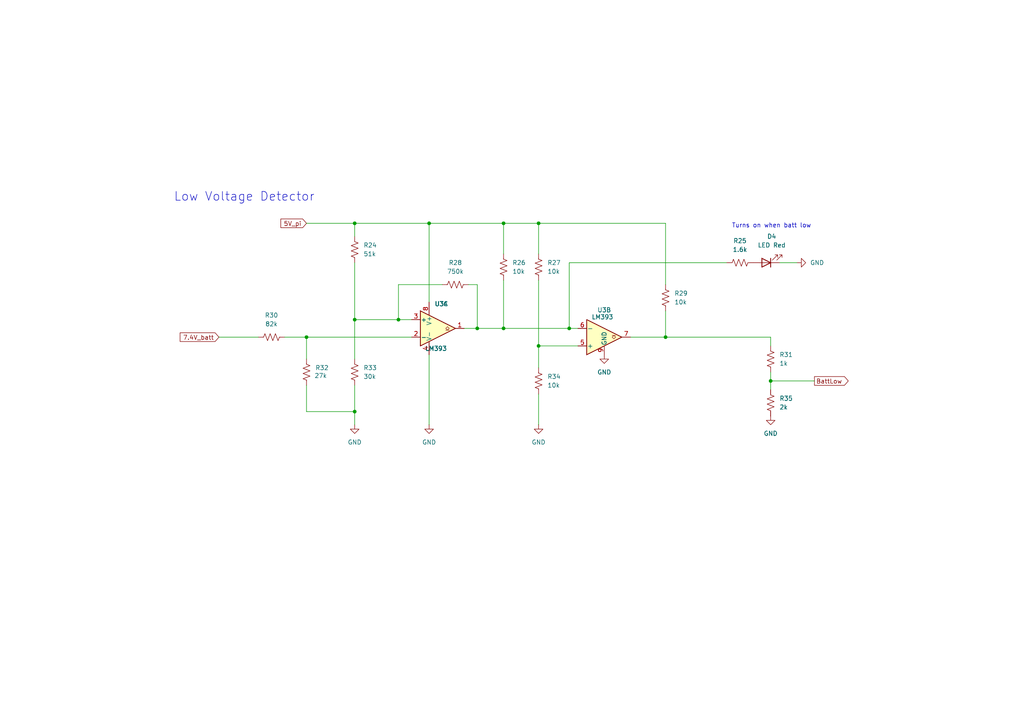
<source format=kicad_sch>
(kicad_sch (version 20231120) (generator "eeschema") (generator_version "8.0")
  (paper "A4")
  (lib_symbols
    (symbol "Comparator:LM393" (pin_names (offset 0.127))
      (property "Reference" "U3" (at 1.016 7.112 0))
      (property "Value" "LM393" (at -0.508 -5.842 0))
      (symbol "LM393_1_1"
        (polyline (pts (xy -5.08 5.08) (xy 5.08 0) (xy -5.08 -5.08) (xy -5.08 5.08)) (stroke (width 0.254)) (fill (type background)))
        (polyline (pts (xy 3.302 -0.508) (xy 2.794 -0.508) (xy 3.302 0) (xy 2.794 0.508) (xy 2.286 0) (xy 2.794 -0.508) (xy 2.286 -0.508)) (stroke (width 0.127)))
        (pin open_collector line (at 7.62 0 180) (length 2.54) (name "~") (number "1"))
        (pin input line (at -7.62 -2.54 0) (length 2.54) (name "-") (number "2"))
        (pin input line (at -7.62 2.54 0) (length 2.54) (name "+") (number "3"))
      )
      (symbol "LM393_2_1"
        (polyline (pts (xy -5.08 5.08) (xy 5.08 0) (xy -5.08 -5.08) (xy -5.08 5.08)) (stroke (width 0.254)) (fill (type background)))
        (polyline (pts (xy 3.302 -0.508) (xy 2.794 -0.508) (xy 3.302 0) (xy 2.794 0.508) (xy 2.286 0) (xy 2.794 -0.508) (xy 2.286 -0.508)) (stroke (width 0.127)))
        (pin input line (at -7.62 2.54 0) (length 2.54) (name "+") (number "5"))
        (pin input line (at -7.62 -2.54 0) (length 2.54) (name "-") (number "6"))
        (pin open_collector line (at 7.62 0 180) (length 2.54) (name "~") (number "7"))
        (pin input line (at 0 5.08 270) (length 2.54) (name "GND") (number "9"))
      )
      (symbol "LM393_3_1"
        (pin power_in line (at -2.54 -7.62 90) (length 3.81) (name "V-") (number "4"))
        (pin power_in line (at -2.54 7.62 270) (length 3.81) (name "V+") (number "8"))
      )
    )
    (symbol "Device:LED" (pin_numbers hide) (pin_names (offset 1.016) hide)
      (property "Reference" "D" (at 0 2.54 0))
      (property "Value" "LED" (at 0 -2.54 0))
      (symbol "LED_0_1"
        (polyline (pts (xy -1.27 -1.27) (xy -1.27 1.27)) (stroke (width 0.254)))
        (polyline (pts (xy -1.27 0) (xy 1.27 0)))
        (polyline (pts (xy 1.27 -1.27) (xy 1.27 1.27) (xy -1.27 0) (xy 1.27 -1.27)) (stroke (width 0.254)))
        (polyline (pts (xy -3.048 -0.762) (xy -4.572 -2.286) (xy -3.81 -2.286) (xy -4.572 -2.286) (xy -4.572 -1.524)))
        (polyline (pts (xy -1.778 -0.762) (xy -3.302 -2.286) (xy -2.54 -2.286) (xy -3.302 -2.286) (xy -3.302 -1.524)))
      )
      (symbol "LED_1_1"
        (pin passive line (at -3.81 0 0) (length 2.54) (name "K") (number "1"))
        (pin passive line (at 3.81 0 180) (length 2.54) (name "A") (number "2"))
      )
    )
    (symbol "Device:R_US" (pin_numbers hide) (pin_names (offset 0))
      (property "Reference" "R" (at 2.54 0 90))
      (property "Value" "R_US" (at -2.54 0 90))
      (symbol "R_US_0_1"
        (polyline (pts (xy 0 -2.286) (xy 0 -2.54)))
        (polyline (pts (xy 0 2.286) (xy 0 2.54)))
        (polyline (pts (xy 0 -0.762) (xy 1.016 -1.143) (xy 0 -1.524) (xy -1.016 -1.905) (xy 0 -2.286)))
        (polyline (pts (xy 0 0.762) (xy 1.016 0.381) (xy 0 0) (xy -1.016 -0.381) (xy 0 -0.762)))
        (polyline (pts (xy 0 2.286) (xy 1.016 1.905) (xy 0 1.524) (xy -1.016 1.143) (xy 0 0.762)))
      )
      (symbol "R_US_1_1"
        (pin passive line (at 0 3.81 270) (length 1.27) (name "~") (number "1"))
        (pin passive line (at 0 -3.81 90) (length 1.27) (name "~") (number "2"))
      )
    )
    (symbol "LM393_1" (pin_names (offset 0.127))
      (property "Reference" "U3" (at 1.016 7.112 0))
      (property "Value" "LM393" (at -0.508 -5.842 0))
      (symbol "LM393_1_1_1"
        (polyline (pts (xy -5.08 5.08) (xy 5.08 0) (xy -5.08 -5.08) (xy -5.08 5.08)) (stroke (width 0.254)) (fill (type background)))
        (polyline (pts (xy 3.302 -0.508) (xy 2.794 -0.508) (xy 3.302 0) (xy 2.794 0.508) (xy 2.286 0) (xy 2.794 -0.508) (xy 2.286 -0.508)) (stroke (width 0.127)))
        (pin open_collector line (at 7.62 0 180) (length 2.54) (name "~") (number "1"))
        (pin input line (at -7.62 -2.54 0) (length 2.54) (name "-") (number "2"))
        (pin input line (at -7.62 2.54 0) (length 2.54) (name "+") (number "3"))
      )
      (symbol "LM393_1_2_1"
        (polyline (pts (xy -5.08 5.08) (xy 5.08 0) (xy -5.08 -5.08) (xy -5.08 5.08)) (stroke (width 0.254)) (fill (type background)))
        (polyline (pts (xy 3.302 -0.508) (xy 2.794 -0.508) (xy 3.302 0) (xy 2.794 0.508) (xy 2.286 0) (xy 2.794 -0.508) (xy 2.286 -0.508)) (stroke (width 0.127)))
        (pin input line (at -7.62 2.54 0) (length 2.54) (name "+") (number "5"))
        (pin input line (at -7.62 -2.54 0) (length 2.54) (name "-") (number "6"))
        (pin open_collector line (at 7.62 0 180) (length 2.54) (name "~") (number "7"))
        (pin input line (at 0 5.08 270) (length 2.54) (name "GND") (number "9"))
      )
      (symbol "LM393_1_3_1"
        (pin power_in line (at -2.54 -7.62 90) (length 3.81) (name "V-") (number "4"))
        (pin power_in line (at -2.54 7.62 270) (length 3.81) (name "V+") (number "8"))
      )
    )
    (symbol "LM393_2" (pin_names (offset 0.127))
      (property "Reference" "U3" (at 1.016 7.112 0))
      (property "Value" "LM393" (at -0.508 -5.842 0))
      (symbol "LM393_2_1_1"
        (polyline (pts (xy -5.08 5.08) (xy 5.08 0) (xy -5.08 -5.08) (xy -5.08 5.08)) (stroke (width 0.254)) (fill (type background)))
        (polyline (pts (xy 3.302 -0.508) (xy 2.794 -0.508) (xy 3.302 0) (xy 2.794 0.508) (xy 2.286 0) (xy 2.794 -0.508) (xy 2.286 -0.508)) (stroke (width 0.127)))
        (pin open_collector line (at 7.62 0 180) (length 2.54) (name "~") (number "1"))
        (pin input line (at -7.62 -2.54 0) (length 2.54) (name "-") (number "2"))
        (pin input line (at -7.62 2.54 0) (length 2.54) (name "+") (number "3"))
      )
      (symbol "LM393_2_2_1"
        (polyline (pts (xy -5.08 5.08) (xy 5.08 0) (xy -5.08 -5.08) (xy -5.08 5.08)) (stroke (width 0.254)) (fill (type background)))
        (polyline (pts (xy 3.302 -0.508) (xy 2.794 -0.508) (xy 3.302 0) (xy 2.794 0.508) (xy 2.286 0) (xy 2.794 -0.508) (xy 2.286 -0.508)) (stroke (width 0.127)))
        (pin input line (at -7.62 2.54 0) (length 2.54) (name "+") (number "5"))
        (pin input line (at -7.62 -2.54 0) (length 2.54) (name "-") (number "6"))
        (pin open_collector line (at 7.62 0 180) (length 2.54) (name "~") (number "7"))
        (pin input line (at 0 5.08 270) (length 2.54) (name "GND") (number "9"))
      )
      (symbol "LM393_2_3_1"
        (pin power_in line (at -2.54 -7.62 90) (length 3.81) (name "V-") (number "4"))
        (pin power_in line (at -2.54 7.62 270) (length 3.81) (name "V+") (number "8"))
      )
    )
    (symbol "power:GND" (power) (pin_numbers hide) (pin_names (offset 0) hide)
      (property "Value" "GND" (at 0 -3.81 0))
      (symbol "GND_0_1"
        (polyline (pts (xy 0 0) (xy 0 -1.27) (xy 1.27 -1.27) (xy 0 -2.54) (xy -1.27 -1.27) (xy 0 -1.27)))
      )
      (symbol "GND_1_1"
        (pin power_in line (at 0 0 270) (length 0) (name "~") (number "1"))
      )
    )
  )
  (junction (at 156.21 64.77))
  (junction (at 88.9 97.79))
  (junction (at 124.46 64.77))
  (junction (at 223.52 110.49))
  (junction (at 102.87 92.71))
  (junction (at 156.21 100.33))
  (junction (at 102.87 119.38))
  (junction (at 165.1 95.25))
  (junction (at 146.05 95.25))
  (junction (at 102.87 64.77))
  (junction (at 193.04 97.79))
  (junction (at 115.57 92.71))
  (junction (at 138.43 95.25))
  (junction (at 146.05 64.77))
  (wire (pts (xy 146.05 64.77) (xy 124.46 64.77)))
  (wire (pts (xy 156.21 64.77) (xy 156.21 73.66)))
  (wire (pts (xy 223.52 110.49) (xy 236.22 110.49)))
  (wire (pts (xy 124.46 87.63) (xy 124.46 64.77)))
  (wire (pts (xy 102.87 92.71) (xy 102.87 104.14)))
  (wire (pts (xy 102.87 64.77) (xy 102.87 68.58)))
  (wire (pts (xy 138.43 82.55) (xy 138.43 95.25)))
  (wire (pts (xy 146.05 95.25) (xy 165.1 95.25)))
  (wire (pts (xy 138.43 95.25) (xy 134.62 95.25)))
  (wire (pts (xy 193.04 82.55) (xy 193.04 64.77)))
  (wire (pts (xy 115.57 92.71) (xy 119.38 92.71)))
  (wire (pts (xy 146.05 73.66) (xy 146.05 64.77)))
  (wire (pts (xy 156.21 100.33) (xy 156.21 106.68)))
  (wire (pts (xy 165.1 95.25) (xy 167.64 95.25)))
  (wire (pts (xy 182.88 97.79) (xy 193.04 97.79)))
  (wire (pts (xy 115.57 92.71) (xy 115.57 82.55)))
  (wire (pts (xy 138.43 95.25) (xy 146.05 95.25)))
  (wire (pts (xy 88.9 119.38) (xy 102.87 119.38)))
  (wire (pts (xy 223.52 107.95) (xy 223.52 110.49)))
  (wire (pts (xy 115.57 82.55) (xy 128.27 82.55)))
  (wire (pts (xy 156.21 81.28) (xy 156.21 100.33)))
  (wire (pts (xy 156.21 123.19) (xy 156.21 114.3)))
  (wire (pts (xy 124.46 123.19) (xy 124.46 102.87)))
  (wire (pts (xy 124.46 64.77) (xy 102.87 64.77)))
  (wire (pts (xy 102.87 76.2) (xy 102.87 92.71)))
  (wire (pts (xy 193.04 97.79) (xy 193.04 90.17)))
  (wire (pts (xy 223.52 97.79) (xy 223.52 100.33)))
  (wire (pts (xy 165.1 95.25) (xy 165.1 76.2)))
  (wire (pts (xy 146.05 81.28) (xy 146.05 95.25)))
  (wire (pts (xy 138.43 82.55) (xy 135.89 82.55)))
  (wire (pts (xy 193.04 97.79) (xy 223.52 97.79)))
  (wire (pts (xy 165.1 76.2) (xy 210.82 76.2)))
  (wire (pts (xy 102.87 111.76) (xy 102.87 119.38)))
  (wire (pts (xy 102.87 119.38) (xy 102.87 123.19)))
  (wire (pts (xy 156.21 100.33) (xy 167.64 100.33)))
  (wire (pts (xy 226.06 76.2) (xy 231.14 76.2)))
  (wire (pts (xy 223.52 110.49) (xy 223.52 113.03)))
  (wire (pts (xy 102.87 92.71) (xy 115.57 92.71)))
  (wire (pts (xy 63.5 97.79) (xy 74.93 97.79)))
  (wire (pts (xy 193.04 64.77) (xy 156.21 64.77)))
  (wire (pts (xy 88.9 111.76) (xy 88.9 119.38)))
  (wire (pts (xy 88.9 97.79) (xy 88.9 104.14)))
  (wire (pts (xy 88.9 97.79) (xy 119.38 97.79)))
  (wire (pts (xy 88.9 64.77) (xy 102.87 64.77)))
  (wire (pts (xy 146.05 64.77) (xy 156.21 64.77)))
  (wire (pts (xy 82.55 97.79) (xy 88.9 97.79)))
  (text "Turns on when batt low" (at 223.774 65.532 0) (effects (font (size 1.27 1.27))))
  (text "Low Voltage Detector" (at 70.866 57.15 0) (effects (font (size 2.54 2.54))))
  (global_label "5V_pi" (shape input) (at 88.9 64.77 180) (property "Intersheetrefs" "${INTERSHEET_REFS}" (effects (hide yes))))
  (global_label "BattLow" (shape output) (at 236.22 110.49 0) (property "Intersheetrefs" "${INTERSHEET_REFS}" (effects (hide yes))))
  (global_label "7.4V_batt" (shape input) (at 63.5 97.79 180) (property "Intersheetrefs" "${INTERSHEET_REFS}" (effects (hide yes))))
  (symbol (lib_id "Comparator:LM393") (at 175.26 97.79 0) (mirror x) (unit 2)
    (property "Reference" "U3" (at 175.26 89.916 0))
    (property "Value" "LM393" (at 174.752 91.948 0))
    (property "Footprint" "Package_SO:SOIC-8-1EP_3.9x4.9mm_P1.27mm_EP2.29x3mm" (effects (hide yes)))
    (property "Datasheet" "http://www.ti.com/lit/ds/symlink/lm393.pdf" (effects (hide yes)))
    (property "Description" "Low-Power, Low-Offset Voltage, Dual Comparators, DIP-8/SOIC-8/TO-99-8" (effects (hide yes)))
    (property "Link" "https://www.digikey.com/en/products/detail/texas-instruments/LM393DR/276659" (effects (hide yes)))
  )
  (symbol (lib_id "Device:R_US") (at 88.9 107.95 0) (unit 1)
    (property "Reference" "R32" (at 91.44 106.6799 0) (effects (justify left)))
    (property "Value" "27k" (at 91.186 108.966 0) (effects (justify left)))
    (property "Footprint" "Resistor_SMD:R_0603_1608Metric_Pad0.98x0.95mm_HandSolder" (effects (hide yes)))
    (property "Description" "Resistor, US symbol" (effects (hide yes)))
  )
  (symbol (lib_id "power:GND") (at 231.14 76.2 90) (unit 1)
    (property "Reference" "#PWR024" (effects (hide yes)))
    (property "Value" "GND" (at 234.95 76.1999 90) (effects (justify right)))
    (property "Description" "Power symbol creates a global label with name \"GND\" , ground" (effects (hide yes)))
  )
  (symbol (lib_id "Device:R_US") (at 156.21 110.49 0) (unit 1)
    (property "Reference" "R34" (at 158.75 109.2199 0) (effects (justify left)))
    (property "Value" "10k" (at 158.75 111.7599 0) (effects (justify left)))
    (property "Footprint" "Resistor_SMD:R_0603_1608Metric_Pad0.98x0.95mm_HandSolder" (effects (hide yes)))
    (property "Description" "Resistor, US symbol" (effects (hide yes)))
  )
  (symbol (lib_id "Device:R_US") (at 156.21 77.47 0) (unit 1)
    (property "Reference" "R27" (at 158.75 76.1999 0) (effects (justify left)))
    (property "Value" "10k" (at 158.75 78.7399 0) (effects (justify left)))
    (property "Footprint" "Resistor_SMD:R_0603_1608Metric_Pad0.98x0.95mm_HandSolder" (effects (hide yes)))
    (property "Description" "Resistor, US symbol" (effects (hide yes)))
  )
  (symbol (lib_id "power:GND") (at 124.46 123.19 0) (unit 1)
    (property "Reference" "#PWR027" (effects (hide yes)))
    (property "Value" "GND" (at 124.46 128.27 0))
    (property "Description" "Power symbol creates a global label with name \"GND\" , ground" (effects (hide yes)))
  )
  (symbol (lib_id "Device:LED") (at 222.25 76.2 180) (unit 1)
    (property "Reference" "D4" (at 223.8375 68.58 0))
    (property "Value" "LED Red" (at 223.8375 71.12 0))
    (property "Footprint" "LED_SMD:LED_0603_1608Metric_Pad1.05x0.95mm_HandSolder" (effects (hide yes)))
    (property "Description" "Light emitting diode" (effects (hide yes)))
    (property "Link" "https://www.digikey.com/en/products/detail/sunled/XZCM2CRK53WA-8VF/10449772" (effects (hide yes)))
  )
  (symbol (lib_id "Device:R_US") (at 223.52 104.14 0) (unit 1)
    (property "Reference" "R31" (at 226.06 102.8699 0) (effects (justify left)))
    (property "Value" "1k" (at 226.06 105.4099 0) (effects (justify left)))
    (property "Footprint" "Resistor_SMD:R_0603_1608Metric_Pad0.98x0.95mm_HandSolder" (effects (hide yes)))
    (property "Description" "Resistor, US symbol" (effects (hide yes)))
  )
  (symbol (lib_id "power:GND") (at 156.21 123.19 0) (unit 1)
    (property "Reference" "#PWR028" (effects (hide yes)))
    (property "Value" "GND" (at 156.21 128.27 0))
    (property "Description" "Power symbol creates a global label with name \"GND\" , ground" (effects (hide yes)))
  )
  (symbol (lib_id "Device:R_US") (at 102.87 107.95 0) (unit 1)
    (property "Reference" "R33" (at 105.41 106.6799 0) (effects (justify left)))
    (property "Value" "30k" (at 105.41 109.2199 0) (effects (justify left)))
    (property "Footprint" "Resistor_SMD:R_0603_1608Metric_Pad0.98x0.95mm_HandSolder" (effects (hide yes)))
    (property "Description" "Resistor, US symbol" (effects (hide yes)))
  )
  (symbol (lib_id "Device:R_US") (at 78.74 97.79 90) (unit 1)
    (property "Reference" "R30" (at 78.74 91.44 90))
    (property "Value" "82k" (at 78.74 93.98 90))
    (property "Footprint" "Resistor_SMD:R_0603_1608Metric_Pad0.98x0.95mm_HandSolder" (effects (hide yes)))
    (property "Description" "Resistor, US symbol" (effects (hide yes)))
  )
  (symbol (lib_id "power:GND") (at 223.52 120.65 0) (unit 1)
    (property "Reference" "#PWR025" (effects (hide yes)))
    (property "Value" "GND" (at 223.52 125.73 0))
    (property "Description" "Power symbol creates a global label with name \"GND\" , ground" (effects (hide yes)))
  )
  (symbol (lib_name "LM393_1") (lib_id "Comparator:LM393") (at 127 95.25 0) (unit 1)
    (property "Reference" "U3" (at 128.016 88.138 0))
    (property "Value" "LM393" (at 126.492 101.092 0))
    (property "Footprint" "Package_SO:SOIC-8-1EP_3.9x4.9mm_P1.27mm_EP2.29x3mm" (effects (hide yes)))
    (property "Datasheet" "http://www.ti.com/lit/ds/symlink/lm393.pdf" (effects (hide yes)))
    (property "Description" "Low-Power, Low-Offset Voltage, Dual Comparators, DIP-8/SOIC-8/TO-99-8" (effects (hide yes)))
    (property "Link" "https://www.digikey.com/en/products/detail/texas-instruments/LM393DR/276659" (effects (hide yes)))
  )
  (symbol (lib_id "power:GND") (at 175.26 102.87 0) (unit 1)
    (property "Reference" "#PWR029" (effects (hide yes)))
    (property "Value" "GND" (at 175.26 107.95 0))
    (property "Description" "Power symbol creates a global label with name \"GND\" , ground" (effects (hide yes)))
  )
  (symbol (lib_id "Device:R_US") (at 193.04 86.36 0) (unit 1)
    (property "Reference" "R29" (at 195.58 85.0899 0) (effects (justify left)))
    (property "Value" "10k" (at 195.58 87.6299 0) (effects (justify left)))
    (property "Footprint" "Resistor_SMD:R_0603_1608Metric_Pad0.98x0.95mm_HandSolder" (effects (hide yes)))
    (property "Description" "Resistor, US symbol" (effects (hide yes)))
  )
  (symbol (lib_id "Device:R_US") (at 102.87 72.39 0) (unit 1)
    (property "Reference" "R24" (at 105.41 71.1199 0) (effects (justify left)))
    (property "Value" "51k" (at 105.41 73.6599 0) (effects (justify left)))
    (property "Footprint" "Resistor_SMD:R_0603_1608Metric_Pad0.98x0.95mm_HandSolder" (effects (hide yes)))
    (property "Description" "Resistor, US symbol" (effects (hide yes)))
  )
  (symbol (lib_id "power:GND") (at 102.87 123.19 0) (unit 1)
    (property "Reference" "#PWR026" (effects (hide yes)))
    (property "Value" "GND" (at 102.87 128.27 0))
    (property "Description" "Power symbol creates a global label with name \"GND\" , ground" (effects (hide yes)))
  )
  (symbol (lib_id "Device:R_US") (at 146.05 77.47 0) (unit 1)
    (property "Reference" "R26" (at 148.59 76.1999 0) (effects (justify left)))
    (property "Value" "10k" (at 148.59 78.7399 0) (effects (justify left)))
    (property "Footprint" "Resistor_SMD:R_0603_1608Metric_Pad0.98x0.95mm_HandSolder" (effects (hide yes)))
    (property "Description" "Resistor, US symbol" (effects (hide yes)))
  )
  (symbol (lib_id "Device:R_US") (at 214.63 76.2 90) (unit 1)
    (property "Reference" "R25" (at 214.63 69.85 90))
    (property "Value" "1.6k" (at 214.63 72.39 90))
    (property "Footprint" "Resistor_SMD:R_0603_1608Metric_Pad0.98x0.95mm_HandSolder" (effects (hide yes)))
    (property "Description" "Resistor, US symbol" (effects (hide yes)))
  )
  (symbol (lib_name "LM393_2") (lib_id "Comparator:LM393") (at 127 95.25 0) (unit 3)
    (property "Reference" "U3" (at 128.016 88.138 0))
    (property "Value" "LM393" (at 126.492 101.092 0))
    (property "Footprint" "Package_SO:SOIC-8-1EP_3.9x4.9mm_P1.27mm_EP2.29x3mm" (effects (hide yes)))
    (property "Datasheet" "http://www.ti.com/lit/ds/symlink/lm393.pdf" (effects (hide yes)))
    (property "Description" "Low-Power, Low-Offset Voltage, Dual Comparators, DIP-8/SOIC-8/TO-99-8" (effects (hide yes)))
    (property "Link" "https://www.digikey.com/en/products/detail/texas-instruments/LM393DR/276659" (effects (hide yes)))
  )
  (symbol (lib_id "Device:R_US") (at 223.52 116.84 180) (unit 1)
    (property "Reference" "R35" (at 226.06 115.5699 0) (effects (justify right)))
    (property "Value" "2k" (at 226.06 118.1099 0) (effects (justify right)))
    (property "Footprint" "Resistor_SMD:R_0603_1608Metric_Pad0.98x0.95mm_HandSolder" (effects (hide yes)))
    (property "Description" "Resistor, US symbol" (effects (hide yes)))
  )
  (symbol (lib_id "Device:R_US") (at 132.08 82.55 90) (unit 1)
    (property "Reference" "R28" (at 132.08 76.2 90))
    (property "Value" "750k" (at 132.08 78.74 90))
    (property "Footprint" "Resistor_SMD:R_0603_1608Metric_Pad0.98x0.95mm_HandSolder" (effects (hide yes)))
    (property "Description" "Resistor, US symbol" (effects (hide yes)))
  )
)
</source>
